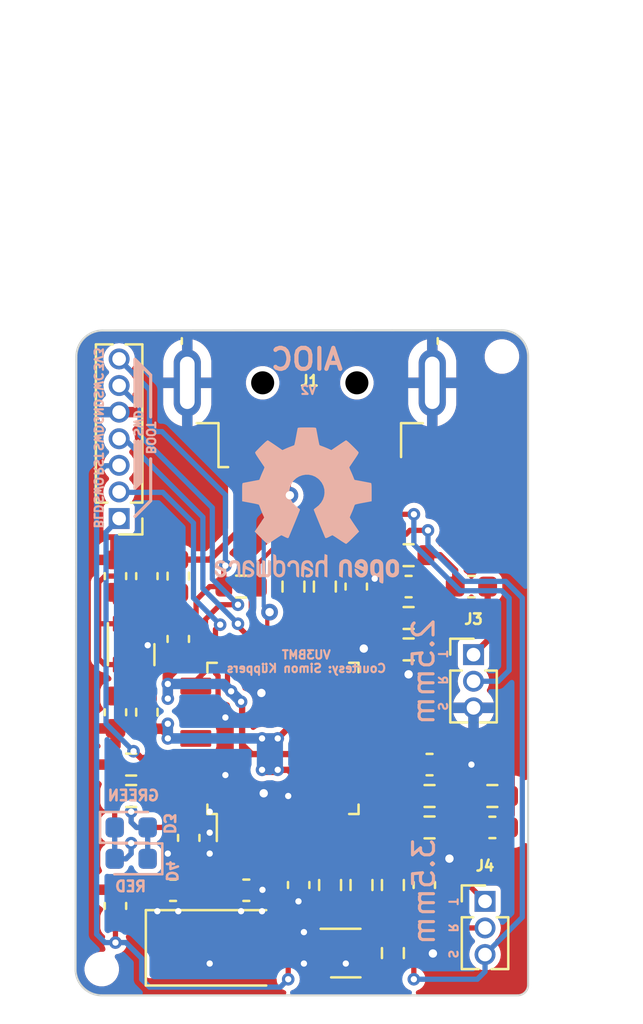
<source format=kicad_pcb>
(kicad_pcb (version 20240108) (generator "pcbnew") (generator_version "8.0")
  (layers (0 "F.Cu" signal) (31 "B.Cu" signal) (34 "B.Paste" user) (35 "F.Paste" user) (36 "B.SilkS" user "B.Silkscreen") (37 "F.SilkS" user "F.Silkscreen") (38 "B.Mask" user) (39 "F.Mask" user) (44 "Edge.Cuts" user))
  (net 0 "")
  (net 1 "/OSCIN")
  (net 2 "GND")
  (net 3 "/OSCOUT")
  (net 4 "Net-(U1-BYP)")
  (net 5 "+3V3")
  (net 6 "Net-(U1-VOUT2)")
  (net 7 "/VIN")
  (net 8 "+3.3VA")
  (net 9 "/AFIN")
  (net 10 "Net-(C12-Pad1)")
  (net 11 "/RADIO-MIC")
  (net 12 "/RADIO-SPK")
  (net 13 "Net-(C14-Pad1)")
  (net 14 "/NRST")
  (net 15 "Net-(D1-A)")
  (net 16 "Net-(D1-K)")
  (net 17 "/VBUS")
  (net 18 "/USB-DN")
  (net 19 "/USB-DP")
  (net 20 "/BOOT0")
  (net 21 "/SWCLK")
  (net 22 "/SWDIO")
  (net 23 "/SWO")
  (net 24 "/RADIO-TX")
  (net 25 "/RADIO-RX-PTT1")
  (net 26 "/RADIO-VP-PTT2")
  (net 27 "Net-(Q1B-C2)")
  (net 28 "Net-(Q1B-B2)")
  (net 29 "Net-(Q1A-C1)")
  (net 30 "Net-(Q1A-B1)")
  (net 31 "/AFOUT")
  (net 32 "/USART-TX")
  (net 33 "/USART-RX")
  (net 34 "/PTT2")
  (net 35 "/PTT1")
  (net 36 "Net-(U2-PB8)")
  (net 37 "/DAC_ATTEN")
  (footprint "Capacitor_SMD:C_0603_1608Metric" (layer "F.Cu") (at 162.268 119.21 -90)
    (property "Reference" "C9" (hide yes))
    (property "Value" "100n")
  )
  (footprint "Resistor_SMD:R_0603_1608Metric" (layer "F.Cu") (at 166.768 119.21 -90)
    (property "Reference" "R12" (hide yes))
    (property "Value" "22R")
  )
  (footprint "Resistor_SMD:R_0603_1608Metric" (layer "F.Cu") (at 168.518 114.96 180)
    (property "Reference" "R2" (hide yes))
    (property "Value" "10K")
  )
  (footprint "Capacitor_SMD:C_0603_1608Metric" (layer "F.Cu") (at 171.518 116.46)
    (property "Reference" "C12" (hide yes))
    (property "Value" "100n")
  )
  (footprint "Capacitor_SMD:C_0603_1608Metric" (layer "F.Cu") (at 155.018 104.46 90)
    (property "Reference" "C6" (hide yes))
    (property "Value" "4.7u/10V/X5R")
  )
  (footprint "Package_TO_SOT_SMD:SOT-363_SC-70-6" (layer "F.Cu") (at 164.518 122.46)
    (property "Reference" "Q1" (hide yes))
    (property "Value" "BC847BS")
  )
  (footprint "Capacitor_SMD:C_0603_1608Metric" (layer "F.Cu") (at 159.768 119.46)
    (property "Reference" "C2" (hide yes))
    (property "Value" "22p/NP0")
  )
  (footprint "Resistor_SMD:R_0603_1608Metric" (layer "F.Cu") (at 162.018 104.96 -90)
    (property "Reference" "R9" (hide yes))
    (property "Value" "220R")
  )
  (footprint "Resistor_SMD:R_0603_1608Metric" (layer "F.Cu") (at 163.518 104.96 -90)
    (property "Reference" "R8" (hide yes))
    (property "Value" "220R")
  )
  (footprint "Resistor_SMD:R_0603_1608Metric" (layer "F.Cu") (at 167.518 103.46)
    (property "Reference" "R5" (hide yes))
    (property "Value" "2.2K")
  )
  (footprint "Inductor_SMD:L_0603_1608Metric" (layer "F.Cu") (at 155.018 110.96 90)
    (property "Reference" "FB1" (hide yes))
    (property "Value" "600R@100MHz")
  )
  (footprint "Resistor_SMD:R_0603_1608Metric" (layer "F.Cu") (at 171.518 114.96 180)
    (property "Reference" "R4" (hide yes))
    (property "Value" "220R")
  )
  (footprint "Resistor_SMD:R_0603_1608Metric" (layer "F.Cu") (at 167.518 106.46)
    (property "Reference" "R16" (hide yes))
    (property "Value" "5.1K")
  )
  (footprint "AIOC:Crystal_SMD_5032-2Pin_5.0x3.2mm" (layer "F.Cu") (at 158.018 122.21)
    (property "Reference" "Y1" (hide yes))
    (property "Value" "8MHz/20pF")
  )
  (footprint "Resistor_SMD:R_0603_1608Metric" (layer "F.Cu") (at 154.268 113.46)
    (property "Reference" "R14" (hide yes))
    (property "Value" "2.2K")
  )
  (footprint "Capacitor_SMD:C_0603_1608Metric" (layer "F.Cu") (at 157.018 116.96 -90)
    (property "Reference" "C8" (hide yes))
    (property "Value" "100n")
  )
  (footprint "AIOC:Micrel_MLF-8-1EP_2x2mm_P0.5mm_EP0.6x1.2mm" (layer "F.Cu") (at 154.268 107.71 -90)
    (property "Reference" "U1" (hide yes))
    (property "Value" "MIC5330-SSYML")
  )
  (footprint "AIOC:TOOLING-HOLE" (layer "F.Cu") (at 152.861883 123.226117)
    (property "Reference" "H2" (hide yes))
    (property "Value" "ToolingHole")
  )
  (footprint "Capacitor_SMD:C_0603_1608Metric" (layer "F.Cu") (at 165.018 104.96 90)
    (property "Reference" "C10" (hide yes))
    (property "Value" "4.7u/10V/X5R")
  )
  (footprint "Capacitor_SMD:C_0603_1608Metric" (layer "F.Cu") (at 153.518 110.96 -90)
    (property "Reference" "C5" (hide yes))
    (property "Value" "4.7u/10V/X5R")
  )
  (footprint "Capacitor_SMD:C_0603_1608Metric" (layer "F.Cu") (at 170.518 104.96)
    (property "Reference" "C14" (hide yes))
    (property "Value" "4.7u/10V/X5R")
  )
  (footprint "Connector_PinHeader_1.27mm:PinHeader_1x03_P1.27mm_Vertical" (layer "F.Cu") (at 171.168 119.99)
    (property "Reference" "J4")
    (property "Value" "3.5mm")
  )
  (footprint "Connector_PinHeader_1.27mm:PinHeader_1x07_P1.27mm_Vertical" (layer "F.Cu") (at 153.693 101.71 180)
    (property "Reference" "J2" (hide yes))
    (property "Value" "Conn_01x07_Male")
  )
  (footprint "Connector_USB:USB_A_Molex_48037-2200_Horizontal" (layer "F.Cu") (at 162.798 86.855 90)
    (property "Reference" "J1")
    (property "Value" "USB_A")
  )
  (footprint "Package_QFP:LQFP-48_7x7mm_P0.5mm" (layer "F.Cu") (at 161.518 112.21 90)
    (property "Reference" "U2" (hide yes))
    (property "Value" "STM32F373CBTx")
  )
  (footprint "Resistor_SMD:R_0603_1608Metric" (layer "F.Cu") (at 159.518 104.96)
    (property "Reference" "R1" (hide yes))
    (property "Value" "1.5K")
  )
  (footprint "Connector_PinHeader_1.27mm:PinHeader_1x03_P1.27mm_Vertical" (layer "F.Cu") (at 170.618 108.21)
    (property "Reference" "J3")
    (property "Value" "2.5mm")
  )
  (footprint "AIOC:TOOLING-HOLE" (layer "F.Cu") (at 171.974117 93.973883)
    (property "Reference" "H1" (hide yes))
    (property "Value" "ToolingHole")
  )
  (footprint "Capacitor_SMD:C_0603_1608Metric" (layer "F.Cu") (at 156.518 107.46 90)
    (property "Reference" "C4" (hide yes))
    (property "Value" "4.7u/10V/X5R")
  )
  (footprint "Resistor_SMD:R_0603_1608Metric" (layer "F.Cu") (at 163.768 119.21 -90)
    (property "Reference" "R10" (hide yes))
    (property "Value" "2.2K")
  )
  (footprint "Capacitor_SMD:C_0603_1608Metric" (layer "F.Cu") (at 167.518 104.96 180)
    (property "Reference" "C11" (hide yes))
    (property "Value" "10n/NP0")
  )
  (footprint "Capacitor_SMD:C_0603_1608Metric" (layer "F.Cu") (at 168.518 113.46)
    (property "Reference" "C7" (hide yes))
    (property "Value" "4.7u/10V/X5R")
  )
  (footprint "Resistor_SMD:R_0603_1608Metric" (layer "F.Cu") (at 154.268 114.96)
    (property "Reference" "R15" (hide yes))
    (property "Value" "220R")
  )
  (footprint "Capacitor_SMD:C_0603_1608Metric" (layer "F.Cu") (at 168.268 119.21 -90)
    (property "Reference" "C13" (hide yes))
    (property "Value" "4.7u/10V/X5R")
  )
  (footprint "Resistor_SMD:R_0603_1608Metric" (layer "F.Cu") (at 167.518 107.96)
    (property "Reference" "R3" (hide yes))
    (property "Value" "5.1K")
  )
  (footprint "LED_SMD:LED_0603_1608Metric" (layer "F.Cu") (at 154.268 117.96 180)
    (property "Reference" "D2" (hide yes))
    (property "Value" "RED")
  )
  (footprint "Capacitor_SMD:C_0603_1608Metric" (layer "F.Cu") (at 153.518 104.46 90)
    (property "Reference" "C3" (hide yes))
    (property "Value" "100n")
  )
  (footprint "Resistor_SMD:R_0603_1608Metric" (layer "F.Cu") (at 168.518 116.46 180)
    (property "Reference" "R17" (hide yes))
    (property "Value" "N.M.")
  )
  (footprint "Resistor_SMD:R_0603_1608Metric" (layer "F.Cu") (at 166.768 122.46 -90)
    (property "Reference" "R13" (hide yes))
    (property "Value" "22R")
  )
  (footprint "Resistor_SMD:R_0603_1608Metric" (layer "F.Cu") (at 165.268 119.21 -90)
    (property "Reference" "R11" (hide yes))
    (property "Value" "2.2K")
  )
  (footprint "Inductor_SMD:L_0603_1608Metric" (layer "F.Cu") (at 156.518 104.46 90)
    (property "Reference" "FB2" (hide yes))
    (property "Value" "600R@100MHz")
  )
  (footprint "Capacitor_SMD:C_0603_1608Metric" (layer "F.Cu") (at 156.268 119.46 180)
    (property "Reference" "C1" (hide yes))
    (property "Value" "22p/NP0")
  )
  (footprint "Capacitor_SMD:C_0603_1608Metric" (layer "F.Cu") (at 153.518 120.21 90)
    (property "Reference" "C15" (hide yes))
    (property "Value" "100n")
  )
  (footprint "LED_SMD:LED_0603_1608Metric" (layer "F.Cu") (at 154.268 116.46)
    (property "Reference" "D1" (hide yes))
    (property "Value" "GREEN")
  )
  (footprint "LED_SMD:LED_0603_1608Metric" (layer "B.Cu") (at 154.268 116.46)
    (property "Reference" "D3" (hide yes))
    (property "Value" "N.M.")
  )
  (footprint "LED_SMD:LED_0603_1608Metric" (layer "B.Cu") (at 154.268 117.96 180)
    (property "Reference" "D4" (hide yes))
    (property "Value" "N.M.")
  )
  (footprint "Symbol:OSHW-Logo2_9.8x8mm_SilkScreen" (layer "B.Cu") (at 162.66 101.08 180)
    (property "Reference" "REF**" (hide yes))
    (property "Value" "OSHW-Logo2_9.8x8mm_SilkScreen" (hide yes))
  )
  (gr_line (start 154.45 94.11) (end 155.2 94.86) (stroke (width 0.15)) (layer "B.SilkS"))
  (gr_line (start 154.45 101.61) (end 155.2 100.86) (stroke (width 0.15)) (layer "B.SilkS"))
  (gr_line (start 155.2 100.86) (end 155.2 98.86) (stroke (width 0.15)) (layer "B.SilkS"))
  (gr_line (start 154.45 100.26) (end 154.75 99.96) (stroke (width 0.15)) (layer "B.SilkS"))
  (gr_line (start 154.6 94.26) (end 154.6 96.36) (stroke (width 0.15)) (layer "B.SilkS"))
  (gr_line (start 154.45 100.26) (end 154.45 98.01) (stroke (width 0.15)) (layer "B.SilkS"))
  (gr_line (start 154.75 99.96) (end 154.75 98.01) (stroke (width 0.15)) (layer "B.SilkS"))
  (gr_line (start 154.75 96.36) (end 154.75 94.41) (stroke (width 0.15)) (layer "B.SilkS"))
  (gr_line (start 154.45 96.36) (end 154.45 94.11) (stroke (width 0.15)) (layer "B.SilkS"))
  (gr_line (start 155.2 94.86) (end 155.2 96.86) (stroke (width 0.15)) (layer "B.SilkS"))
  (gr_line (start 154.6 98.01) (end 154.6 100.11) (stroke (width 0.15)) (layer "B.SilkS"))
  (gr_arc (start 151.651883 93.983883) (mid 152.018 93.1) (end 152.901883 92.733883) (stroke (width 0.1)) (layer "Edge.Cuts"))
  (gr_arc (start 171.974117 92.723883) (mid 172.858 93.09) (end 173.224117 93.973883) (stroke (width 0.1)) (layer "Edge.Cuts"))
  (gr_line (start 173.224117 93.973883) (end 173.224447 123.976447) (stroke (width 0.1)) (layer "Edge.Cuts"))
  (gr_line (start 152.901883 92.733883) (end 171.974117 92.723883) (stroke (width 0.1)) (layer "Edge.Cuts"))
  (gr_arc (start 173.224447 123.976447) (mid 173.078 124.33) (end 172.724447 124.476447) (stroke (width 0.1)) (layer "Edge.Cuts"))
  (gr_line (start 151.614916 123.313145) (end 151.651883 93.983883) (stroke (width 0.1)) (layer "Edge.Cuts"))
  (gr_line (start 172.724447 124.476447) (end 152.861883 124.476117) (stroke (width 0.1)) (layer "Edge.Cuts"))
  (gr_arc (start 152.861883 124.476117) (mid 152.009324 124.140252) (end 151.614916 123.313145) (stroke (width 0.1)) (layer "Edge.Cuts"))
  (gr_text "T" (at 169.14 108.18 270) (layer "B.SilkS") (effects (font (size 0.4 0.4) (thickness 0.1)) (justify mirror)))
  (gr_text "S" (at 169.14 110.68 270) (layer "B.SilkS") (effects (font (size 0.4 0.4) (thickness 0.1)) (justify mirror)))
  (gr_text "R" (at 169.64 121.26 270) (layer "B.SilkS") (effects (font (size 0.4 0.4) (thickness 0.1)) (justify mirror)))
  (gr_text "RST" (at 152.7 99.11 270) (layer "B.SilkS") (effects (font (size 0.4 0.4) (thickness 0.1)) (justify mirror)))
  (gr_text "VU3BMT\nCourtesy: Simon Küppers" (at 162.63 108.54 0) (layer "B.SilkS") (effects (font (size 0.4 0.4) (thickness 0.1)) (justify mirror)))
  (gr_text "BLD" (at 152.7 101.61 270) (layer "B.SilkS") (effects (font (size 0.4 0.4) (thickness 0.1)) (justify mirror)))
  (gr_text "3V3" (at 152.7 94.11 270) (layer "B.SilkS") (effects (font (size 0.4 0.4) (thickness 0.1)) (justify mirror)))
  (gr_text "V2\n" (at 162.73 95.58 0) (layer "B.SilkS") (effects (font (size 0.4 0.4) (thickness 0.1)) (justify mirror)))
  (gr_text "AIOC" (at 162.66 94.11 0) (layer "B.SilkS") (effects (font (size 1 1) (thickness 0.2)) (justify mirror)))
  (gr_text "GND" (at 152.7 96.61 270) (layer "B.SilkS") (effects (font (size 0.4 0.4) (thickness 0.1)) (justify mirror)))
  (gr_text "SWD" (at 152.7 97.86 270) (layer "B.SilkS") (effects (font (size 0.4 0.4) (thickness 0.1)) (justify mirror)))
  (gr_text "S" (at 169.64 122.51 270) (layer "B.SilkS") (effects (font (size 0.4 0.4) (thickness 0.1)) (justify mirror)))
  (gr_text "SWC" (at 152.7 95.36 270) (layer "B.SilkS") (effects (font (size 0.4 0.4) (thickness 0.1)) (justify mirror)))
  (gr_text "GREEN" (at 155.67 115.23 0) (layer "B.SilkS") (effects (font (size 0.5 0.5) (thickness 0.125)) (justify left bottom mirror)))
  (gr_text "D3" (at 155.8 116.85 -90) (layer "B.SilkS") (effects (font (size 0.5 0.5) (thickness 0.125)) (justify left bottom mirror)))
  (gr_text "SWO" (at 152.7 100.36 270) (layer "B.SilkS") (effects (font (size 0.4 0.4) (thickness 0.1)) (justify mirror)))
  (gr_text "D4" (at 155.91 119.12 270) (layer "B.SilkS") (effects (font (size 0.5 0.5) (thickness 0.125)) (justify left bottom mirror)))
  (gr_text "T" (at 169.64 120.01 270) (layer "B.SilkS") (effects (font (size 0.4 0.4) (thickness 0.1)) (justify mirror)))
  (gr_text "BOOT" (at 155.2 97.86 270) (layer "B.SilkS") (effects (font (size 0.4 0.4) (thickness 0.1)) (justify mirror)))
  (gr_text "SWD" (at 154.6 97.16 270) (layer "B.SilkS") (effects (font (size 0.4 0.4) (thickness 0.1)) (justify mirror)))
  (gr_text "R" (at 169.14 109.43 270) (layer "B.SilkS") (effects (font (size 0.4 0.4) (thickness 0.1)) (justify mirror)))
  (gr_text "RED" (at 155.05 119.57 0) (layer "B.SilkS") (effects (font (size 0.5 0.5) (thickness 0.125)) (justify left bottom mirror)))
  (segment (start 157.043 119.71) (end 157.043 119.985) (width 0.25) (layer "F.Cu") (net 1))
  (segment (start 157.631604 119.46) (end 157.240183 119.46) (width 0.25) (layer "F.Cu") (net 1))
  (segment (start 160.768 116.3725) (end 160.768 117.323604) (width 0.25) (layer "F.Cu") (net 1))
  (segment (start 157.518 121.96) (end 157.268 122.21) (width 0.25) (layer "F.Cu") (net 1))
  (segment (start 157.268 122.21) (end 156.168 122.21) (width 0.25) (layer "F.Cu") (net 1))
  (segment (start 157.518 120.46) (end 157.518 121.96) (width 0.25) (layer "F.Cu") (net 1))
  (segment (start 157.043 119.985) (end 157.518 120.46) (width 0.25) (layer "F.Cu") (net 1))
  (segment (start 160.768 117.323604) (end 160.131604 117.96) (width 0.25) (layer "F.Cu") (net 1))
  (segment (start 160.131604 117.96) (end 159.131604 117.96) (width 0.25) (layer "F.Cu") (net 1))
  (segment (start 159.131604 117.96) (end 157.631604 119.46) (width 0.25) (layer "F.Cu") (net 1))
  (segment (start 155.217998 107.760002) (end 155.058 107.760002) (width 0.25) (layer "F.Cu") (net 2))
  (segment (start 166.743 104.96) (end 166.278 104.96) (width 0.25) (layer "F.Cu") (net 2))
  (segment (start 156.293 106.685) (end 155.217998 107.760002) (width 0.25) (layer "F.Cu") (net 2))
  (segment (start 154.518 106.735) (end 154.518 107.66) (width 0.25) (layer "F.Cu") (net 2))
  (segment (start 165.503 104.185) (end 165.898 104.58) (width 0.25) (layer "F.Cu") (net 2))
  (segment (start 159.293 108.885) (end 160.448 110.04) (width 0.25) (layer "F.Cu") (net 2))
  (segment (start 172.293 116.46) (end 172.293 115.01) (width 0.3) (layer "F.Cu") (net 2))
  (segment (start 162.268 115.46) (end 162.268 116.3725) (width 0.3) (layer "F.Cu") (net 2))
  (segment (start 166.278 104.96) (end 165.898 104.58) (width 0.25) (layer "F.Cu") (net 2))
  (segment (start 161.768 114.96) (end 162.268 115.46) (width 0.3) (layer "F.Cu") (net 2))
  (segment (start 159.293 108.0725) (end 159.293 108.885) (width 0.25) (layer "F.Cu") (net 2))
  (segment (start 165.6805 109.96) (end 166.708 109.96) (width 0.25) (layer "F.Cu") (net 2))
  (segment (start 157.3555 114.46) (end 158.268 114.46) (width 0.3) (layer "F.Cu") (net 2))
  (segment (start 165.018 104.185) (end 165.503 104.185) (width 0.25) (layer "F.Cu") (net 2))
  (segment (start 158.268 114.46) (end 158.768 113.96) (width 0.3) (layer "F.Cu") (net 2))
  (segment (start 160.448 110.04) (end 160.488 110.04) (width 0.25) (layer "F.Cu") (net 2))
  (segment (start 166.708 109.96) (end 167.518 109.15) (width 0.25) (layer "F.Cu") (net 2))
  (via (at 158.018 122.96) (size 0.6) (drill 0.3) (layers "F.Cu" "B.Cu") (net 2))
  (via (at 169.468 117.95) (size 0.8) (drill 0.4) (layers "F.Cu" "B.Cu") (net 2))
  (via (at 162.518 121.46) (size 0.6) (drill 0.3) (layers "F.Cu" "B.Cu") (net 2))
  (via (at 165.378 107.92) (size 0.8) (drill 0.4) (layers "F.Cu" "B.Cu") (net 2))
  (via (at 165.898 104.58) (size 0.6) (drill 0.3) (layers "F.Cu" "B.Cu") (net 2))
  (via (at 162.518 122.96) (size 0.6) (drill 0.3) (layers "F.Cu" "B.Cu") (net 2))
  (via (at 161.768 114.96) (size 0.6) (drill 0.3) (layers "F.Cu" "B.Cu") (net 2))
  (via (at 167.518 109.15) (size 0.8) (drill 0.4) (layers "F.Cu" "B.Cu") (net 2))
  (via (at 158.018 117.71) (size 0.6) (drill 0.3) (layers "F.Cu" "B.Cu") (net 2))
  (via (at 168.678 122.48) (size 0.8) (drill 0.4) (layers "F.Cu" "B.Cu") (net 2))
  (via (at 156.518 120.46) (size 0.6) (drill 0.3) (layers "F.Cu" "B.Cu") (net 2))
  (via (at 156.018 117.71) (size 0.6) (drill 0.3) (layers "F.Cu" "B.Cu") (net 2))
  (via (at 162.258 119.99) (size 0.6) (drill 0.3) (layers "F.Cu" "B.Cu") (net 2))
  (via (at 159.518 120.46) (size 0.6) (drill 0.3) (layers "F.Cu" "B.Cu") (net 2))
  (via (at 170.518 113.46) (size 0.6) (drill 0.3) (layers "F.Cu" "B.Cu") (net 2))
  (via (at 158.768 113.96) (size 0.6) (drill 0.3) (layers "F.Cu" "B.Cu") (net 2))
  (via (at 160.538 119.44) (size 0.6) (drill 0.3) (layers "F.Cu" "B.Cu") (net 2))
  (via (at 158.018 115.71) (size 0.6) (drill 0.3) (layers "F.Cu" "B.Cu") (net 2))
  (via (at 160.518 120.462432) (size 0.6) (drill 0.3) (layers "F.Cu" "B.Cu") (net 2))
  (via (at 158.018 116.71) (size 0.6) (drill 0.3) (layers "F.Cu" "B.Cu") (net 2))
  (via (at 155.518 120.46) (size 0.6) (drill 0.3) (layers "F.Cu" "B.Cu") (net 2))
  (via (at 158.768 111.21) (size 0.6) (drill 0.3) (layers "F.Cu" "B.Cu") (net 2))
  (via (at 160.598 114.83) (size 0.8) (drill 0.4) (layers "F.Cu" "B.Cu") (net 2))
  (via (at 164.518 122.96) (size 0.6) (drill 0.3) (layers "F.Cu" "B.Cu") (net 2))
  (via (at 160.488 110.04) (size 0.8) (drill 0.4) (layers "F.Cu" "B.Cu") (net 2))
  (via (at 155.058 107.760002) (size 0.6) (drill 0.3) (layers "F.Cu" "B.Cu") (net 2))
  (segment (start 159.318 118.41) (end 158.993 118.735) (width 0.25) (layer "F.Cu") (net 3))
  (segment (start 158.518 121.96) (end 158.768 122.21) (width 0.25) (layer "F.Cu") (net 3))
  (segment (start 158.518 120.46) (end 158.518 121.96) (width 0.25) (layer "F.Cu") (net 3))
  (segment (start 161.268 116.3725) (end 161.268 117.46) (width 0.25) (layer "F.Cu") (net 3))
  (segment (start 161.268 117.46) (end 160.318 118.41) (width 0.25) (layer "F.Cu") (net 3))
  (segment (start 160.318 118.41) (end 159.318 118.41) (width 0.25) (layer "F.Cu") (net 3))
  (segment (start 158.993 118.735) (end 158.993 119.985) (width 0.25) (layer "F.Cu") (net 3))
  (segment (start 158.768 122.21) (end 159.868 122.21) (width 0.25) (layer "F.Cu") (net 3))
  (segment (start 158.993 119.985) (end 158.518 120.46) (width 0.25) (layer "F.Cu") (net 3))
  (segment (start 154.018 106.21) (end 153.518 105.71) (width 0.25) (layer "F.Cu") (net 4))
  (segment (start 154.018 106.735) (end 154.018 106.21) (width 0.25) (layer "F.Cu") (net 4))
  (segment (start 153.518 105.71) (end 153.518 105.235) (width 0.25) (layer "F.Cu") (net 4))
  (segment (start 167.743 113.46) (end 167.268 113.46) (width 0.3) (layer "F.Cu") (net 5))
  (segment (start 159.268 114.71) (end 159.018 114.96) (width 0.3) (layer "F.Cu") (net 5))
  (segment (start 156.518 108.235) (end 157.018 108.235) (width 0.25) (layer "F.Cu") (net 5))
  (segment (start 156.018 110.31) (end 156.018 109.21) (width 0.5) (layer "F.Cu") (net 5))
  (segment (start 156.518 108.71) (end 156.518 108.235) (width 0.5) (layer "F.Cu") (net 5))
  (segment (start 159.018 114.96) (end 157.3555 114.96) (width 0.3) (layer "F.Cu") (net 5))
  (segment (start 159.568 110.4855) (end 159.568 112.26) (width 0.3) (layer "F.Cu") (net 5))
  (segment (start 159.568 112.51) (end 159.568 112.26) (width 0.3) (layer "F.Cu") (net 5))
  (segment (start 166.768 112.96) (end 165.6805 112.96) (width 0.3) (layer "F.Cu") (net 5))
  (segment (start 158.018 104.96) (end 158.693 104.96) (width 0.25) (layer "F.Cu") (net 5))
  (segment (start 157.368 105.61) (end 158.018 104.96) (width 0.25) (layer "F.Cu") (net 5))
  (segment (start 157.368 107.885) (end 157.368 105.61) (width 0.25) (layer "F.Cu") (net 5))
  (segment (start 167.268 113.46) (end 166.768 112.96) (width 0.3) (layer "F.Cu") (net 5))
  (segment (start 155.018 108.685) (end 156.068 108.685) (width 0.25) (layer "F.Cu") (net 5))
  (segment (start 156.068 108.685) (end 156.518 108.235) (width 0.25) (layer "F.Cu") (net 5))
  (segment (start 157.018 108.235) (end 157.368 107.885) (width 0.25) (layer "F.Cu") (net 5))
  (segment (start 158.768 115.21) (end 159.268 114.71) (width 0.3) (layer "F.Cu") (net 5))
  (segment (start 158.868 109.032919) (end 158.868 109.81) (width 0.25) (layer "F.Cu") (net 5))
  (segment (start 156.018 109.21) (end 156.518 108.71) (width 0.5) (layer "F.Cu") (net 5))
  (segment (start 160.018 112.96) (end 159.568 112.51) (width 0.3) (layer "F.Cu") (net 5))
  (segment (start 158.868 109.81) (end 159.518 110.46) (width 0.25) (layer "F.Cu") (net 5))
  (segment (start 159.0425 109.96) (end 159.568 110.4855) (width 0.3) (layer "F.Cu") (net 5))
  (segment (start 159.568 112.26) (end 159.568 114.41) (width 0.3) (layer "F.Cu") (net 5))
  (segment (start 157.018 116.185) (end 157.018 115.71) (width 0.25) (layer "F.Cu") (net 5))
  (segment (start 158.693 104.035) (end 158.768 103.96) (width 0.25) (layer "F.Cu") (net 5))
  (segment (start 157.018 115.71) (end 157.3555 115.3725) (width 0.25) (layer "F.Cu") (net 5))
  (segment (start 165.6805 112.96) (end 160.018 112.96) (width 0.3) (layer "F.Cu") (net 5))
  (segment (start 158.768 108.932919) (end 158.868 109.032919) (width 0.25) (layer "F.Cu") (net 5))
  (segment (start 158.693 104.96) (end 158.693 104.035) (width 0.25) (layer "F.Cu") (net 5))
  (segment (start 158.768 116.3725) (end 158.768 115.21) (width 0.3) (layer "F.Cu") (net 5))
  (segment (start 159.568 114.41) (end 159.268 114.71) (width 0.3) (layer "F.Cu") (net 5))
  (segment (start 158.768 108.0475) (end 158.768 108.932919) (width 0.25) (layer "F.Cu") (net 5))
  (segment (start 157.3555 115.3725) (end 157.3555 114.96) (width 0.25) (layer "F.Cu") (net 5))
  (via (at 159.0425 109.96) (size 0.6) (drill 0.3) (layers "F.Cu" "B.Cu") (net 5))
  (via (at 158.768 103.96) (size 0.6) (drill 0.3) (layers "F.Cu" "B.Cu") (net 5))
  (via (at 159.518 110.46) (size 0.6) (drill 0.3) (layers "F.Cu" "B.Cu") (net 5))
  (via (at 156.018 110.31) (size 0.6) (drill 0.3) (layers "F.Cu" "B.Cu") (net 5))
  (via (at 156.018 109.61) (size 0.6) (drill 0.3) (layers "F.Cu" "B.Cu") (net 5))
  (segment (start 158.668 109.61) (end 159.518 110.46) (width 0.5) (layer "B.Cu") (net 5))
  (segment (start 153.693 94.11) (end 155.143 95.56) (width 0.25) (layer "B.Cu") (net 5))
  (segment (start 159.018 109.96) (end 159.518 110.46) (width 0.5) (layer "B.Cu") (net 5))
  (segment (start 155.143 95.56) (end 155.143 97.243196) (width 0.25) (layer "B.Cu") (net 5))
  (segment (start 158.768 100.59) (end 158.768 103.96) (width 0.25) (layer "B.Cu") (net 5))
  (segment (start 155.738 97.56) (end 158.768 100.59) (width 0.25) (layer "B.Cu") (net 5))
  (segment (start 156.018 109.61) (end 156.018 110.31) (width 0.5) (layer "B.Cu") (net 5))
  (segment (start 159.0425 109.96) (end 159.018 109.96) (width 0.5) (layer "B.Cu") (net 5))
  (segment (start 155.143 97.243196) (end 155.459804 97.56) (width 0.25) (layer "B.Cu") (net 5))
  (segment (start 156.018 109.61) (end 158.668 109.61) (width 0.5) (layer "B.Cu") (net 5))
  (segment (start 155.459804 97.56) (end 155.738 97.56) (width 0.25) (layer "B.Cu") (net 5))
  (segment (start 154.268 110.135) (end 154.3055 110.1725) (width 0.25) (layer "F.Cu") (net 6))
  (segment (start 154.268 109.46) (end 154.268 110.135) (width 0.25) (layer "F.Cu") (net 6))
  (segment (start 154.3055 110.1725) (end 153.5305 110.1725) (width 0.5) (layer "F.Cu") (net 6))
  (segment (start 154.518 109.21) (end 154.268 109.46) (width 0.25) (layer "F.Cu") (net 6))
  (segment (start 155.018 110.1725) (end 154.3055 110.1725) (width 0.5) (layer "F.Cu") (net 6))
  (segment (start 154.518 108.685) (end 154.518 109.21) (width 0.25) (layer "F.Cu") (net 6))
  (segment (start 155.018 104.71) (end 155.018 105.235) (width 0.25) (layer "F.Cu") (net 7))
  (segment (start 153.018 104.46) (end 154.768 104.46) (width 0.25) (layer "F.Cu") (net 7))
  (segment (start 154.768 104.46) (end 155.018 104.71) (width 0.25) (layer "F.Cu") (net 7))
  (segment (start 152.768 108.46) (end 152.718 108.41) (width 0.25) (layer "F.Cu") (net 7))
  (segment (start 153.518 108.685) (end 152.993 108.685) (width 0.25) (layer "F.Cu") (net 7))
  (segment (start 152.793 106.735) (end 152.718 106.66) (width 0.25) (layer "F.Cu") (net 7))
  (segment (start 152.718 104.76) (end 153.018 104.46) (width 0.25) (layer "F.Cu") (net 7))
  (segment (start 155.018 106.735) (end 155.018 105.235) (width 0.25) (layer "F.Cu") (net 7))
  (segment (start 153.518 106.735) (end 152.793 106.735) (width 0.25) (layer "F.Cu") (net 7))
  (segment (start 152.718 106.66) (end 152.718 104.76) (width 0.25) (layer "F.Cu") (net 7))
  (segment (start 152.718 108.41) (end 152.718 106.66) (width 0.25) (layer "F.Cu") (net 7))
  (segment (start 156.518 105.2475) (end 155.0305 105.2475) (width 0.5) (layer "F.Cu") (net 7))
  (segment (start 152.993 108.685) (end 152.768 108.46) (width 0.25) (layer "F.Cu") (net 7))
  (segment (start 161.268 112.21) (end 160.518 112.21) (width 0.5) (layer "F.Cu") (net 8))
  (segment (start 164.018 109.46) (end 165.6805 109.46) (width 0.3) (layer "F.Cu") (net 8))
  (segment (start 166.693 106.46) (end 165.018 106.46) (width 0.25) (layer "F.Cu") (net 8))
  (segment (start 162.268 117.96) (end 162.268 118.3475) (width 0.3) (layer "F.Cu") (net 8))
  (segment (start 162.768 117.46) (end 162.268 117.96) (width 0.3) (layer "F.Cu") (net 8))
  (segment (start 164.268 109.21) (end 164.018 109.46) (width 0.3) (layer "F.Cu") (net 8))
  (segment (start 156.018 111.96) (end 156.018 112.21) (width 0.5) (layer "F.Cu") (net 8))
  (segment (start 161.268 113.71) (end 160.518 113.71) (width 0.5) (layer "F.Cu") (net 8))
  (segment (start 155.018 111.7475) (end 155.8055 111.7475) (width 0.5) (layer "F.Cu") (net 8))
  (segment (start 162.768 116.3725) (end 162.768 117.46) (width 0.3) (layer "F.Cu") (net 8))
  (segment (start 161.268 113.71) (end 161.768 113.71) (width 0.3) (layer "F.Cu") (net 8))
  (segment (start 164.268 108.0475) (end 164.268 109.21) (width 0.3) (layer "F.Cu") (net 8))
  (segment (start 164.268 108.0475) (end 164.268 107.21) (width 0.3) (layer "F.Cu") (net 8))
  (segment (start 162.768 114.71) (end 162.768 116.3725) (width 0.3) (layer "F.Cu") (net 8))
  (segment (start 161.268 112.21) (end 164.018 109.46) (width 0.3) (layer "F.Cu") (net 8))
  (segment (start 155.8055 111.7475) (end 156.018 111.96) (width 0.5) (layer "F.Cu") (net 8))
  (segment (start 165.018 106.46) (end 165.018 105.8225) (width 0.3) (layer "F.Cu") (net 8))
  (segment (start 156.018 111.51) (end 156.018 111.96) (width 0.5) (layer "F.Cu") (net 8))
  (segment (start 161.768 113.71) (end 162.768 114.71) (width 0.3) (layer "F.Cu") (net 8))
  (segment (start 164.268 107.21) (end 165.018 106.46) (width 0.3) (layer "F.Cu") (net 8))
  (via (at 160.518 113.71) (size 0.6) (drill 0.3) (layers "F.Cu" "B.Cu") (net 8))
  (via (at 156.018 112.21) (size 0.6) (drill 0.3) (layers "F.Cu" "B.Cu") (net 8))
  (via (at 160.518 112.21) (size 0.6) (drill 0.3) (layers "F.Cu" "B.Cu") (net 8))
  (via (at 161.268 113.71) (size 0.6) (drill 0.3) (layers "F.Cu" "B.Cu") (net 8))
  (via (at 156.018 111.51) (size 0.6) (drill 0.3) (layers "F.Cu" "B.Cu") (net 8))
  (via (at 161.268 112.21) (size 0.6) (drill 0.3) (layers "F.Cu" "B.Cu") (net 8))
  (segment (start 160.518 112.21) (end 156.018 112.21) (width 0.5) (layer "B.Cu") (net 8))
  (segment (start 161.268 112.21) (end 161.268 113.71) (width 0.5) (layer "B.Cu") (net 8))
  (segment (start 156.018 112.21) (end 156.018 111.51) (width 0.5) (layer "B.Cu") (net 8))
  (segment (start 160.518 112.21) (end 160.518 113.71) (width 0.5) (layer "B.Cu") (net 8))
  (segment (start 161.018 112.21) (end 161.268 112.21) (width 0.5) (layer "B.Cu") (net 8))
  (segment (start 160.868 112.21) (end 160.868 113.71) (width 0.5) (layer "B.Cu") (net 8))
  (segment (start 160.518 112.21) (end 161.018 112.21) (width 0.5) (layer "B.Cu") (net 8))
  (segment (start 166.693 103.46) (end 167.268 103.46) (width 0.25) (layer "F.Cu") (net 9))
  (segment (start 167.768 104.96) (end 168.293 104.96) (width 0.25) (layer "F.Cu") (net 9))
  (segment (start 165.6805 111.46) (end 166.768 111.46) (width 0.3) (layer "F.Cu") (net 9))
  (segment (start 167.518 104.71) (end 167.768 104.96) (width 0.25) (layer "F.Cu") (net 9))
  (segment (start 167.268 103.46) (end 167.518 103.71) (width 0.25) (layer "F.Cu") (net 9))
  (segment (start 167.518 103.71) (end 167.518 104.71) (width 0.25) (layer "F.Cu") (net 9))
  (segment (start 168.343 106.46) (end 168.343 105.01) (width 0.3) (layer "F.Cu") (net 9))
  (segment (start 168.343 109.885) (end 168.343 106.46) (width 0.3) (layer "F.Cu") (net 9))
  (segment (start 166.768 111.46) (end 168.343 109.885) (width 0.3) (layer "F.Cu") (net 9))
  (segment (start 169.343 114.96) (end 170.693 114.96) (width 0.25) (layer "F.Cu") (net 10))
  (segment (start 168.518 116.71) (end 168.768 116.46) (width 0.25) (layer "F.Cu") (net 10))
  (segment (start 168.268 117.71) (end 168.518 117.46) (width 0.25) (layer "F.Cu") (net 10))
  (segment (start 169.343 116.46) (end 170.743 116.46) (width 0.25) (layer "F.Cu") (net 10))
  (segment (start 168.268 118.435) (end 168.268 117.71) (width 0.25) (layer "F.Cu") (net 10))
  (segment (start 170.693 114.96) (end 170.693 116.41) (width 0.25) (layer "F.Cu") (net 10))
  (segment (start 168.518 117.46) (end 168.518 116.71) (width 0.25) (layer "F.Cu") (net 10))
  (segment (start 168.768 116.46) (end 169.343 116.46) (width 0.25) (layer "F.Cu") (net 10))
  (segment (start 168.268 119.985) (end 169.543 121.26) (width 0.25) (layer "F.Cu") (net 11))
  (segment (start 169.543 121.26) (end 171.168 121.26) (width 0.25) (layer "F.Cu") (net 11))
  (segment (start 171.293 104.96) (end 171.293 107.535) (width 0.3) (layer "F.Cu") (net 12))
  (segment (start 171.293 107.535) (end 170.618 108.21) (width 0.3) (layer "F.Cu") (net 12))
  (segment (start 169.743 104.96) (end 169.743 104.185) (width 0.3) (layer "F.Cu") (net 13))
  (segment (start 169.018 103.46) (end 168.343 103.46) (width 0.3) (layer "F.Cu") (net 13))
  (segment (start 169.743 104.185) (end 169.018 103.46) (width 0.3) (layer "F.Cu") (net 13))
  (segment (start 153.518 121.96) (end 153.518 120.985) (width 0.25) (layer "F.Cu") (net 14))
  (segment (start 161.768 123.71) (end 161.768 120.737817) (width 0.25) (layer "F.Cu") (net 14))
  (segment (start 161.768 117.682183) (end 161.768 116.3725) (width 0.25) (layer "F.Cu") (net 14))
  (segment (start 161.368 120.337817) (end 161.368 118.082183) (width 0.25) (layer "F.Cu") (net 14))
  (segment (start 161.368 118.082183) (end 161.768 117.682183) (width 0.25) (layer "F.Cu") (net 14))
  (segment (start 161.768 120.737817) (end 161.368 120.337817) (width 0.25) (layer "F.Cu") (net 14))
  (via (at 161.768 123.71) (size 0.6) (drill 0.3) (layers "F.Cu" "B.Cu") (net 14))
  (via (at 153.518 121.96) (size 0.6) (drill 0.3) (layers "F.Cu" "B.Cu") (net 14))
  (segment (start 155.143 124.085) (end 154.768 123.71) (width 0.25) (layer "B.Cu") (net 14))
  (segment (start 154.018 121.96) (end 154.768 122.71) (width 0.25) (layer "B.Cu") (net 14))
  (segment (start 161.393 124.085) (end 155.143 124.085) (width 0.25) (layer "B.Cu") (net 14))
  (segment (start 153.038 99.19) (end 152.618 99.61) (width 0.25) (layer "B.Cu") (net 14))
  (segment (start 153.018 121.96) (end 152.618 121.56) (width 0.25) (layer "B.Cu") (net 14))
  (segment (start 152.618 99.61) (end 152.618 121.56) (width 0.25) (layer "B.Cu") (net 14))
  (segment (start 161.768 123.71) (end 161.393 124.085) (width 0.25) (layer "B.Cu") (net 14))
  (segment (start 153.693 99.19) (end 153.038 99.19) (width 0.25) (layer "B.Cu") (net 14))
  (segment (start 154.768 123.71) (end 154.768 122.71) (width 0.25) (layer "B.Cu") (net 14))
  (segment (start 153.518 121.96) (end 154.018 121.96) (width 0.25) (layer "B.Cu") (net 14))
  (segment (start 154.018 121.96) (end 153.018 121.96) (width 0.25) (layer "B.Cu") (net 14))
  (segment (start 156.018 115.246396) (end 156.018 116.21) (width 0.25) (layer "F.Cu") (net 15))
  (segment (start 156.293 114.971396) (end 156.018 115.246396) (width 0.25) (layer "F.Cu") (net 15))
  (segment (start 156.293 114.071396) (end 156.293 114.971396) (width 0.25) (layer "F.Cu") (net 15))
  (segment (start 154.268 116.21) (end 154.518 116.46) (width 0.25) (layer "F.Cu") (net 15))
  (segment (start 157.3555 113.96) (end 156.404396 113.96) (width 0.25) (layer "F.Cu") (net 15))
  (segment (start 154.518 116.46) (end 155.0555 116.46) (width 0.25) (layer "F.Cu") (net 15))
  (segment (start 155.0555 118.01) (end 155.0555 116.51) (width 0.25) (layer "F.Cu") (net 15))
  (segment (start 154.268 115.71) (end 154.268 116.21) (width 0.25) (layer "F.Cu") (net 15))
  (segment (start 156.404396 113.96) (end 156.293 114.071396) (width 0.25) (layer "F.Cu") (net 15))
  (segment (start 156.018 116.21) (end 155.768 116.46) (width 0.25) (layer "F.Cu") (net 15))
  (segment (start 155.768 116.46) (end 155.0555 116.46) (width 0.25) (layer "F.Cu") (net 15))
  (via (at 154.268 115.71) (size 0.6) (drill 0.3) (layers "F.Cu" "B.Cu") (net 15))
  (segment (start 154.518 116.46) (end 155.0555 116.46) (width 0.25) (layer "B.Cu") (net 15))
  (segment (start 155.0555 116.46) (end 155.0555 117.96) (width 0.25) (layer "B.Cu") (net 15))
  (segment (start 154.268 116.21) (end 154.518 116.46) (width 0.25) (layer "B.Cu") (net 15))
  (segment (start 154.268 115.71) (end 154.268 116.21) (width 0.25) (layer "B.Cu") (net 15))
  (segment (start 154.018 117.96) (end 153.4805 117.96) (width 0.25) (layer "F.Cu") (net 16))
  (segment (start 154.268 117.21) (end 154.268 117.71) (width 0.25) (layer "F.Cu") (net 16))
  (segment (start 153.4805 118.01) (end 153.4805 115.0475) (width 0.25) (layer "F.Cu") (net 16))
  (segment (start 154.268 117.71) (end 154.018 117.96) (width 0.25) (layer "F.Cu") (net 16))
  (via (at 154.268 117.21) (size 0.6) (drill 0.3) (layers "F.Cu" "B.Cu") (net 16))
  (segment (start 154.268 117.21) (end 154.268 117.71) (width 0.25) (layer "B.Cu") (net 16))
  (segment (start 154.268 117.71) (end 154.018 117.96) (width 0.25) (layer "B.Cu") (net 16))
  (segment (start 153.4805 116.46) (end 153.4805 117.96) (width 0.25) (layer "B.Cu") (net 16))
  (segment (start 154.018 117.96) (end 153.4805 117.96) (width 0.25) (layer "B.Cu") (net 16))
  (segment (start 159.298 97.83) (end 159.298 102.4) (width 0.3) (layer "F.Cu") (net 17))
  (segment (start 159.298 102.4) (end 158.0255 103.6725) (width 0.3) (layer "F.Cu") (net 17))
  (segment (start 158.0255 103.6725) (end 157.018 103.6725) (width 0.3) (layer "F.Cu") (net 17))
  (segment (start 160.768 108.0475) (end 160.768 106.29) (width 0.2) (layer "F.Cu") (net 18))
  (segment (start 161.798 100.55) (end 161.798 97.83) (width 0.2) (layer "F.Cu") (net 18))
  (segment (start 160.768 106.29) (end 160.878 106.18) (width 0.2) (layer "F.Cu") (net 18))
  (segment (start 161.848 100.6) (end 161.798 100.55) (width 0.2) (layer "F.Cu") (net 18))
  (segment (start 160.878 106.18) (end 160.743 106.28) (width 0.2) (layer "F.Cu") (net 18))
  (via (at 160.878 106.18) (size 0.8) (drill 0.4) (layers "F.Cu" "B.Cu") (net 18))
  (via (at 161.848 100.6) (size 0.8) (drill 0.4) (layers "F.Cu" "B.Cu") (net 18))
  (segment (start 160.878 106.18) (end 160.598 105.9) (width 0.2) (layer "B.Cu") (net 18))
  (segment (start 160.598 105.9) (end 160.598 101.85) (width 0.2) (layer "B.Cu") (net 18))
  (segment (start 160.598 101.85) (end 161.848 100.6) (width 0.2) (layer "B.Cu") (net 18))
  (segment (start 160.343 104.96) (end 160.343 103.845) (width 0.2) (layer "F.Cu") (net 19))
  (segment (start 163.798 100.39) (end 163.798 97.83) (width 0.2) (layer "F.Cu") (net 19))
  (segment (start 160.268 106.77) (end 159.978 106.48) (width 0.2) (layer "F.Cu") (net 19))
  (segment (start 159.978 105.325) (end 160.343 104.96) (width 0.2) (layer "F.Cu") (net 19))
  (segment (start 159.978 106.48) (end 159.978 105.325) (width 0.2) (layer "F.Cu") (net 19))
  (segment (start 160.268 108.0475) (end 160.268 106.77) (width 0.2) (layer "F.Cu") (net 19))
  (segment (start 160.343 103.845) (end 163.798 100.39) (width 0.2) (layer "F.Cu") (net 19))
  (segment (start 155.631604 113.46) (end 155.093 113.46) (width 0.25) (layer "F.Cu") (net 20))
  (segment (start 156.131604 112.96) (end 155.631604 113.46) (width 0.25) (layer "F.Cu") (net 20))
  (segment (start 155.093 113.46) (end 154.455501 112.822501) (width 0.25) (layer "F.Cu") (net 20))
  (segment (start 155.018 113.46) (end 154.380501 112.822501) (width 0.25) (layer "F.Cu") (net 20))
  (segment (start 154.455501 112.822501) (end 154.380501 112.822501) (width 0.25) (layer "F.Cu") (net 20))
  (segment (start 157.3555 112.96) (end 156.131604 112.96) (width 0.25) (layer "F.Cu") (net 20))
  (via (at 154.380501 112.822501) (size 0.6) (drill 0.3) (layers "F.Cu" "B.Cu") (net 20))
  (segment (start 153.068 102.355) (end 153.068 111.51) (width 0.25) (layer "B.Cu") (net 20))
  (segment (start 153.693 101.73) (end 153.068 102.355) (width 0.25) (layer "B.Cu") (net 20))
  (segment (start 153.068 111.51) (end 154.380501 112.822501) (width 0.25) (layer "B.Cu") (net 20))
  (segment (start 158.511948 105.826006) (end 157.818 106.519954) (width 0.25) (layer "F.Cu") (net 21))
  (segment (start 159.368 105.826006) (end 158.511948 105.826006) (width 0.25) (layer "F.Cu") (net 21))
  (segment (start 157.818 106.519954) (end 157.818 108.9975) (width 0.25) (layer "F.Cu") (net 21))
  (segment (start 157.818 108.9975) (end 157.3555 109.46) (width 0.25) (layer "F.Cu") (net 21))
  (via (at 159.368 105.826006) (size 0.6) (drill 0.3) (layers "F.Cu" "B.Cu") (net 21))
  (segment (start 154.693 97.745) (end 154.693 96.38) (width 0.25) (layer "B.Cu") (net 21))
  (segment (start 158.143 101.195) (end 154.693 97.745) (width 0.25) (layer "B.Cu") (net 21))
  (segment (start 158.143 104.601006) (end 158.143 101.195) (width 0.25) (layer "B.Cu") (net 21))
  (segment (start 154.693 96.38) (end 153.693 95.38) (width 0.25) (layer "B.Cu") (net 21))
  (segment (start 159.368 105.826006) (end 158.143 104.601006) (width 0.25) (layer "B.Cu") (net 21))
  (segment (start 159.267747 106.744062) (end 159.768 107.244315) (width 0.25) (layer "F.Cu") (net 22))
  (segment (start 159.768 107.244315) (end 159.768 108.0475) (width 0.25) (layer "F.Cu") (net 22))
  (via (at 159.368 106.734076) (size 0.6) (drill 0.3) (layers "F.Cu" "B.Cu") (net 22))
  (segment (start 157.693 105.059076) (end 157.693 101.645) (width 0.25) (layer "B.Cu") (net 22))
  (segment (start 157.693 101.645) (end 153.968 97.92) (width 0.25) (layer "B.Cu") (net 22))
  (segment (start 159.368 106.734076) (end 157.693 105.059076) (width 0.25) (layer "B.Cu") (net 22))
  (segment (start 158.418 109.219315) (end 158.418 110.200685) (width 0.25) (layer "F.Cu") (net 23))
  (segment (start 158.418 110.200685) (end 158.158685 110.46) (width 0.25) (layer "F.Cu") (net 23))
  (segment (start 158.293 107.004338) (end 158.293 109.094315) (width 0.25) (layer "F.Cu") (net 23))
  (segment (start 158.293 109.094315) (end 158.418 109.219315) (width 0.25) (layer "F.Cu") (net 23))
  (segment (start 158.158685 110.46) (end 157.3555 110.46) (width 0.25) (layer "F.Cu") (net 23))
  (segment (start 158.518 106.779338) (end 158.293 107.004338) (width 0.25) (layer "F.Cu") (net 23))
  (via (at 158.518 106.779338) (size 0.6) (drill 0.3) (layers "F.Cu" "B.Cu") (net 23))
  (segment (start 157.243 105.504338) (end 157.243 101.925) (width 0.25) (layer "B.Cu") (net 23))
  (segment (start 155.778 100.46) (end 153.693 100.46) (width 0.25) (layer "B.Cu") (net 23))
  (segment (start 158.518 106.779338) (end 157.243 105.504338) (width 0.25) (layer "B.Cu") (net 23))
  (segment (start 157.243 101.925) (end 155.778 100.46) (width 0.25) (layer "B.Cu") (net 23))
  (segment (start 164.949988 101.507732) (end 167.771182 101.507732) (width 0.25) (layer "F.Cu") (net 24))
  (segment (start 162.268 103.21) (end 163.24772 103.21) (width 0.25) (layer "F.Cu") (net 24))
  (segment (start 162.018 103.46) (end 162.268 103.21) (width 0.25) (layer "F.Cu") (net 24))
  (segment (start 162.018 104.0475) (end 162.018 103.46) (width 0.25) (layer "F.Cu") (net 24))
  (segment (start 163.24772 103.21) (end 164.949988 101.507732) (width 0.25) (layer "F.Cu") (net 24))
  (via (at 167.771182 101.507732) (size 0.6) (drill 0.3) (layers "F.Cu" "B.Cu") (net 24))
  (segment (start 167.768433 102.949195) (end 167.768433 101.510481) (width 0.25) (layer "B.Cu") (net 24))
  (segment (start 171.798 109.48) (end 170.618 109.48) (width 0.25) (layer "B.Cu") (net 24))
  (segment (start 172.318 108.96) (end 172.318 105.51) (width 0.25) (layer "B.Cu") (net 24))
  (segment (start 169.979238 105.16) (end 167.768433 102.949195) (width 0.25) (layer "B.Cu") (net 24))
  (segment (start 167.768433 101.510481) (end 167.771182 101.507732) (width 0.25) (layer "B.Cu") (net 24))
  (segment (start 171.968 105.16) (end 169.979238 105.16) (width 0.25) (layer "B.Cu") (net 24))
  (segment (start 172.318 108.96) (end 171.798 109.48) (width 0.25) (layer "B.Cu") (net 24))
  (segment (start 172.318 105.51) (end 171.968 105.16) (width 0.25) (layer "B.Cu") (net 24))
  (segment (start 167.768 123.71) (end 167.768 121.96) (width 0.25) (layer "F.Cu") (net 25))
  (segment (start 163.518 104.0475) (end 163.518 103.576116) (width 0.25) (layer "F.Cu") (net 25))
  (segment (start 167.768 121.96) (end 167.3555 121.5475) (width 0.25) (layer "F.Cu") (net 25))
  (segment (start 167.3555 121.5475) (end 166.768 121.5475) (width 0.25) (layer "F.Cu") (net 25))
  (segment (start 167.58223 102.274306) (end 168.443433 102.274306) (width 0.25) (layer "F.Cu") (net 25))
  (segment (start 163.884116 103.21) (end 165.234682 103.21) (width 0.25) (layer "F.Cu") (net 25))
  (segment (start 165.984682 102.46) (end 167.396536 102.46) (width 0.25) (layer "F.Cu") (net 25))
  (segment (start 163.518 103.576116) (end 163.884116 103.21) (width 0.25) (layer "F.Cu") (net 25))
  (segment (start 167.396536 102.46) (end 167.58223 102.274306) (width 0.25) (layer "F.Cu") (net 25))
  (segment (start 165.234682 103.21) (end 165.984682 102.46) (width 0.25) (layer "F.Cu") (net 25))
  (via (at 168.443433 102.274306) (size 0.6) (drill 0.3) (layers "F.Cu" "B.Cu") (net 25))
  (via (at 167.768 123.71) (size 0.6) (drill 0.3) (layers "F.Cu" "B.Cu") (net 25))
  (segment (start 171.168 123.34) (end 171.168 122.53) (width 0.25) (layer "B.Cu") (net 25))
  (segment (start 170.798 123.71) (end 171.168 123.34) (width 0.25) (layer "B.Cu") (net 25))
  (segment (start 167.768 123.71) (end 170.798 123.71) (width 0.25) (layer "B.Cu") (net 25))
  (segment (start 172.154396 104.71) (end 170.165634 104.71) (width 0.25) (layer "B.Cu") (net 25))
  (segment (start 170.165634 104.71) (end 168.443433 102.987799) (width 0.25) (layer "B.Cu") (net 25))
  (segment (start 172.948 105.503604) (end 172.154396 104.71) (width 0.25) (layer "B.Cu") (net 25))
  (segment (start 171.168 122.53) (end 172.948 120.75) (width 0.25) (layer "B.Cu") (net 25))
  (segment (start 172.948 120.75) (end 172.948 105.503604) (width 0.25) (layer "B.Cu") (net 25))
  (segment (start 168.443433 102.987799) (end 168.443433 102.274306) (width 0.25) (layer "B.Cu") (net 25))
  (segment (start 167.018 119.21) (end 170.388 119.21) (width 0.25) (layer "F.Cu") (net 26))
  (segment (start 166.768 118.2975) (end 166.768 118.96) (width 0.25) (layer "F.Cu") (net 26))
  (segment (start 170.388 119.21) (end 171.168 119.99) (width 0.25) (layer "F.Cu") (net 26))
  (segment (start 166.768 118.96) (end 167.018 119.21) (width 0.25) (layer "F.Cu") (net 26))
  (segment (start 165.9305 123.71) (end 166.268 123.3725) (width 0.25) (layer "F.Cu") (net 27))
  (segment (start 166.268 123.3725) (end 166.768 123.3725) (width 0.25) (layer "F.Cu") (net 27))
  (segment (start 163.568 123.51) (end 163.768 123.71) (width 0.25) (layer "F.Cu") (net 27))
  (segment (start 163.568 123.11) (end 163.568 123.51) (width 0.25) (layer "F.Cu") (net 27))
  (segment (start 163.768 123.71) (end 165.9305 123.71) (width 0.25) (layer "F.Cu") (net 27))
  (segment (start 165.078661 122.46) (end 164.768 122.149339) (width 0.25) (layer "F.Cu") (net 28))
  (segment (start 165.468 122.46) (end 165.078661 122.46) (width 0.25) (layer "F.Cu") (net 28))
  (segment (start 164.768 122.149339) (end 164.768 121.21) (width 0.25) (layer "F.Cu") (net 28))
  (segment (start 165.268 120.035) (end 165.268 120.71) (width 0.25) (layer "F.Cu") (net 28))
  (segment (start 165.268 120.71) (end 164.768 121.21) (width 0.25) (layer "F.Cu") (net 28))
  (segment (start 165.468 121.26) (end 166.693 120.035) (width 0.25) (layer "F.Cu") (net 29))
  (segment (start 165.468 121.81) (end 165.468 121.26) (width 0.25) (layer "F.Cu") (net 29))
  (segment (start 163.992695 122.46) (end 164.268 122.184695) (width 0.25) (layer "F.Cu") (net 30))
  (segment (start 163.768 120.035) (end 163.768 120.71) (width 0.25) (layer "F.Cu") (net 30))
  (segment (start 164.268 122.184695) (end 164.268 121.21) (width 0.25) (layer "F.Cu") (net 30))
  (segment (start 163.568 122.46) (end 163.992695 122.46) (width 0.25) (layer "F.Cu") (net 30))
  (segment (start 163.768 120.71) (end 164.268 121.21) (width 0.25) (layer "F.Cu") (net 30))
  (segment (start 167.193 114.885) (end 167.768 114.885) (width 0.25) (layer "F.Cu") (net 31))
  (segment (start 165.6805 114.46) (end 166.768 114.46) (width 0.25) (layer "F.Cu") (net 31))
  (segment (start 166.768 114.46) (end 167.193 114.885) (width 0.25) (layer "F.Cu") (net 31))
  (segment (start 163.518 106.46) (end 163.518 105.8725) (width 0.25) (layer "F.Cu") (net 32))
  (segment (start 162.268 106.71) (end 163.268 106.71) (width 0.25) (layer "F.Cu") (net 32))
  (segment (start 161.768 108.0475) (end 161.768 107.21) (width 0.25) (layer "F.Cu") (net 32))
  (segment (start 161.768 107.21) (end 162.268 106.71) (width 0.25) (layer "F.Cu") (net 32))
  (segment (start 163.268 106.71) (end 163.518 106.46) (width 0.25) (layer "F.Cu") (net 32))
  (segment (start 161.268 108.0475) (end 161.268 107.073604) (width 0.25) (layer "F.Cu") (net 33))
  (segment (start 161.268 107.073604) (end 162.018 106.323604) (width 0.25) (layer "F.Cu") (net 33))
  (segment (start 162.018 106.323604) (end 162.018 105.8725) (width 0.25) (layer "F.Cu") (net 33))
  (segment (start 163.768 117.846396) (end 163.768 118.385) (width 0.25) (layer "F.Cu") (net 34))
  (segment (start 163.268 116.3725) (end 163.268 117.346396) (width 0.25) (layer "F.Cu") (net 34))
  (segment (start 163.268 117.346396) (end 163.768 117.846396) (width 0.25) (layer "F.Cu") (net 34))
  (segment (start 165.268 117.71) (end 165.268 118.2975) (width 0.25) (layer "F.Cu") (net 35))
  (segment (start 163.768 116.3725) (end 163.768 117.21) (width 0.25) (layer "F.Cu") (net 35))
  (segment (start 164.018 117.46) (end 165.018 117.46) (width 0.25) (layer "F.Cu") (net 35))
  (segment (start 165.018 117.46) (end 165.268 117.71) (width 0.25) (layer "F.Cu") (net 35))
  (segment (start 163.768 117.21) (end 164.018 117.46) (width 0.25) (layer "F.Cu") (net 35))
  (segment (start 156.268 113.46) (end 155.843 113.885) (width 0.25) (layer "F.Cu") (net 36))
  (segment (start 155.843 113.885) (end 155.843 114.785) (width 0.25) (layer "F.Cu") (net 36))
  (segment (start 155.668 114.96) (end 155.093 114.96) (width 0.25) (layer "F.Cu") (net 36))
  (segment (start 157.3555 113.46) (end 156.268 113.46) (width 0.25) (layer "F.Cu") (net 36))
  (segment (start 155.843 114.785) (end 155.668 114.96) (width 0.25) (layer "F.Cu") (net 36))
  (segment (start 166.518 114.96) (end 166.768 115.21) (width 0.25) (layer "F.Cu") (net 37))
  (segment (start 166.768 115.21) (end 166.768 115.96) (width 0.25) (layer "F.Cu") (net 37))
  (segment (start 167.268 116.46) (end 167.693 116.46) (width 0.25) (layer "F.Cu") (net 37))
  (segment (start 166.768 115.96) (end 167.268 116.46) (width 0.25) (layer "F.Cu") (net 37))
  (segment (start 165.6805 114.96) (end 166.518 114.96) (width 0.25) (layer "F.Cu") (net 37))
  (zone (net 2) (net_name "GND") (layers "F&B.Cu") (connect_pads (clearance 0.25)) (min_thickness 0.25) (fill yes (thermal_gap 0.5) (thermal_bridge_width 0.5))
    (polygon (pts (xy 173.238 124.47) (xy 151.628 124.49) (xy 151.638 92.71) (xy 173.238 92.71)))
  )
)
</source>
